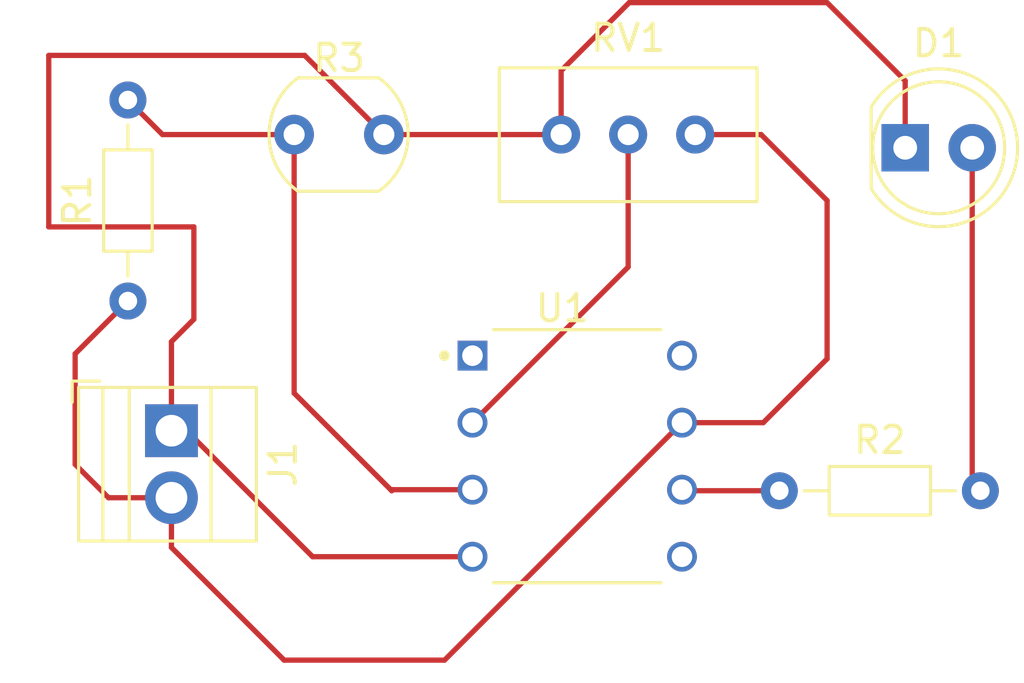
<source format=kicad_pcb>
(kicad_pcb (version 20240108) (generator "pcbnew") (generator_version "8.0")
  (layers (0 "F.Cu" signal) (31 "B.Cu" signal) (34 "B.Paste" user) (35 "F.Paste" user) (36 "B.SilkS" user "B.Silkscreen") (37 "F.SilkS" user "F.Silkscreen") (38 "B.Mask" user) (39 "F.Mask" user) (44 "Edge.Cuts" user))
  (net 0 "")
  (net 1 "Net-(D1-K)")
  (net 2 "Net-(D1-A)")
  (net 3 "Net-(J1-Pin_2)")
  (net 4 "Net-(U1-+)")
  (net 5 "Net-(R2-Pad1)")
  (net 6 "Net-(U1--)")
  (footprint "TerminalBlock:TerminalBlock_Xinya_XY308-2.54-2P_1x02_P2.54mm_Horizontal" (layer "F.Cu") (at 146.65 88.225 -90)
    (property "Reference" "J1" (at 1.27 -4.22 90) (layer "F.SilkS"))
    (property "Value" "Screw_Terminal_01x02 (9 Volts)")
    (fp_line (start -1.88 3.76) (end -1.08 3.76) (stroke (width 0.12)) (layer "F.SilkS"))
    (fp_line (start -1.64 3.52) (end 4.18 3.52) (stroke (width 0.12)) (layer "F.SilkS"))
    (fp_line (start -1.88 2.72) (end -1.88 3.76) (stroke (width 0.12)) (layer "F.SilkS"))
    (fp_line (start -1.64 2.6) (end 4.18 2.6) (stroke (width 0.12)) (layer "F.SilkS"))
    (fp_line (start -1.64 1.6) (end 4.18 1.6) (stroke (width 0.12)) (layer "F.SilkS"))
    (fp_line (start -1.64 -1.501) (end 4.18 -1.501) (stroke (width 0.12)) (layer "F.SilkS"))
    (fp_line (start -1.64 -3.22) (end -1.64 3.52) (stroke (width 0.12)) (layer "F.SilkS"))
    (fp_line (start -1.64 -3.22) (end 4.18 -3.22) (stroke (width 0.12)) (layer "F.SilkS"))
    (fp_line (start 4.18 -3.22) (end 4.18 3.52) (stroke (width 0.12)) (layer "F.SilkS"))
    (pad "1" thru_hole rect (at 0 0 270) (size 2 2) (drill 1.2) (layers "*.Cu" "*.Mask") (net 1 "Net-(D1-K)"))
    (pad "2" thru_hole circle (at 2.54 0 270) (size 2 2) (drill 1.2) (layers "*.Cu" "*.Mask") (net 3 "Net-(J1-Pin_2)"))
  )
  (footprint "LED_THT:LED_D5.0mm" (layer "F.Cu") (at 174.46 77.5)
    (property "Reference" "D1" (at 1.27 -3.96 0) (layer "F.SilkS"))
    (property "Value" "LED")
    (fp_line (start -1.29 -1.545) (end -1.29 1.545) (stroke (width 0.12)) (layer "F.SilkS"))
    (fp_arc (start -1.29 -1.54483) (mid 2.071756 -2.880501) (end 4.26 -0.000048) (stroke (width 0.12)) (layer "F.SilkS"))
    (fp_arc (start 4.26 0.000048) (mid 2.071756 2.880501) (end -1.29 1.54483) (stroke (width 0.12)) (layer "F.SilkS"))
    (fp_circle (center 1.27 0) (end 3.77 0) (stroke (width 0.12)) (fill none) (layer "F.SilkS"))
    (pad "1" thru_hole rect (at 0 0) (size 1.8 1.8) (drill 0.9) (layers "*.Cu" "*.Mask") (net 1 "Net-(D1-K)"))
    (pad "2" thru_hole circle (at 2.54 0) (size 1.8 1.8) (drill 0.9) (layers "*.Cu" "*.Mask") (net 2 "Net-(D1-A)"))
  )
  (footprint "Potentiometer_THT:Potentiometer_Bourns_3296W_Vertical" (layer "F.Cu") (at 166.5 77)
    (property "Reference" "RV1" (at -2.54 -3.66 0) (layer "F.SilkS"))
    (property "Value" "R_Potentiometer")
    (fp_line (start -7.425 -2.53) (end -7.425 2.54) (stroke (width 0.12)) (layer "F.SilkS"))
    (fp_line (start -7.425 -2.53) (end 2.345 -2.53) (stroke (width 0.12)) (layer "F.SilkS"))
    (fp_line (start -7.425 2.54) (end 2.345 2.54) (stroke (width 0.12)) (layer "F.SilkS"))
    (fp_line (start 2.345 -2.53) (end 2.345 2.54) (stroke (width 0.12)) (layer "F.SilkS"))
    (pad "1" thru_hole circle (at 0 0) (size 1.44 1.44) (drill 0.8) (layers "*.Cu" "*.Mask") (net 3 "Net-(J1-Pin_2)"))
    (pad "2" thru_hole circle (at -2.54 0) (size 1.44 1.44) (drill 0.8) (layers "*.Cu" "*.Mask") (net 6 "Net-(U1--)"))
    (pad "3" thru_hole circle (at -5.08 0) (size 1.44 1.44) (drill 0.8) (layers "*.Cu" "*.Mask") (net 1 "Net-(D1-K)"))
  )
  (footprint "Resistor_THT:R_Axial_DIN0204_L3.6mm_D1.6mm_P7.62mm_Horizontal" (layer "F.Cu") (at 169.69 90.5)
    (property "Reference" "R2" (at 3.81 -1.92 0) (layer "F.SilkS"))
    (property "Value" "R")
    (fp_line (start 0.94 0) (end 1.89 0) (stroke (width 0.12)) (layer "F.SilkS"))
    (fp_line (start 1.89 -0.92) (end 1.89 0.92) (stroke (width 0.12)) (layer "F.SilkS"))
    (fp_line (start 1.89 0.92) (end 5.73 0.92) (stroke (width 0.12)) (layer "F.SilkS"))
    (fp_line (start 5.73 -0.92) (end 1.89 -0.92) (stroke (width 0.12)) (layer "F.SilkS"))
    (fp_line (start 5.73 0.92) (end 5.73 -0.92) (stroke (width 0.12)) (layer "F.SilkS"))
    (fp_line (start 6.68 0) (end 5.73 0) (stroke (width 0.12)) (layer "F.SilkS"))
    (pad "1" thru_hole circle (at 0 0) (size 1.4 1.4) (drill 0.7) (layers "*.Cu" "*.Mask") (net 5 "Net-(R2-Pad1)"))
    (pad "2" thru_hole oval (at 7.62 0) (size 1.4 1.4) (drill 0.7) (layers "*.Cu" "*.Mask") (net 2 "Net-(D1-A)"))
  )
  (footprint "IC:LM741" (layer "F.Cu") (at 162.03 89.19)
    (property "Reference" "U1" (at -0.565 -5.607 0) (layer "F.SilkS"))
    (property "Value" "LM741")
    (fp_line (start -3.175 -4.795) (end 3.175 -4.795) (stroke (width 0.127)) (layer "F.SilkS"))
    (fp_line (start -3.175 4.795) (end 3.175 4.795) (stroke (width 0.127)) (layer "F.SilkS"))
    (fp_circle (center -5.035 -3.81) (end -4.935 -3.81) (stroke (width 0.2)) (fill none) (layer "F.SilkS"))
    (pad "1" thru_hole rect (at -3.97 -3.81) (size 1.13 1.13) (drill 0.78) (layers "*.Cu" "*.Mask"))
    (pad "2" thru_hole circle (at -3.97 -1.27) (size 1.13 1.13) (drill 0.78) (layers "*.Cu" "*.Mask") (net 6 "Net-(U1--)"))
    (pad "3" thru_hole circle (at -3.97 1.27) (size 1.13 1.13) (drill 0.78) (layers "*.Cu" "*.Mask") (net 4 "Net-(U1-+)"))
    (pad "4" thru_hole circle (at -3.97 3.81) (size 1.13 1.13) (drill 0.78) (layers "*.Cu" "*.Mask") (net 1 "Net-(D1-K)"))
    (pad "5" thru_hole circle (at 3.97 3.81) (size 1.13 1.13) (drill 0.78) (layers "*.Cu" "*.Mask"))
    (pad "6" thru_hole circle (at 3.97 1.27) (size 1.13 1.13) (drill 0.78) (layers "*.Cu" "*.Mask") (net 5 "Net-(R2-Pad1)"))
    (pad "7" thru_hole circle (at 3.97 -1.27) (size 1.13 1.13) (drill 0.78) (layers "*.Cu" "*.Mask") (net 3 "Net-(J1-Pin_2)"))
    (pad "8" thru_hole circle (at 3.97 -3.81) (size 1.13 1.13) (drill 0.78) (layers "*.Cu" "*.Mask"))
  )
  (footprint "OptoDevice:R_LDR_5.1x4.3mm_P3.4mm_Vertical" (layer "F.Cu") (at 151.3 77)
    (property "Reference" "R3" (at 1.7 -2.9 0) (layer "F.SilkS"))
    (property "Value" "LDR07")
    (fp_line (start 0.15 -2.15) (end 3.2 -2.15) (stroke (width 0.12)) (layer "F.SilkS"))
    (fp_line (start 0.15 2.15) (end 3.2 2.15) (stroke (width 0.12)) (layer "F.SilkS"))
    (fp_arc (start 0.15 2.15) (mid -0.950438 -0.013368) (end 0.171766 -2.165525) (stroke (width 0.12)) (layer "F.SilkS"))
    (fp_arc (start 3.2 -2.15) (mid 4.321403 -0.027338) (end 3.244513 2.118249) (stroke (width 0.12)) (layer "F.SilkS"))
    (pad "1" thru_hole circle (at 0 0) (size 1.5 1.5) (drill 0.8) (layers "*.Cu" "*.Mask") (net 4 "Net-(U1-+)"))
    (pad "2" thru_hole circle (at 3.4 0) (size 1.5 1.5) (drill 0.8) (layers "*.Cu" "*.Mask") (net 1 "Net-(D1-K)"))
  )
  (footprint "Resistor_THT:R_Axial_DIN0204_L3.6mm_D1.6mm_P7.62mm_Horizontal" (layer "F.Cu") (at 145 83.31 90)
    (property "Reference" "R1" (at 3.81 -1.92 90) (layer "F.SilkS"))
    (property "Value" "R")
    (fp_line (start 5.73 -0.92) (end 1.89 -0.92) (stroke (width 0.12)) (layer "F.SilkS"))
    (fp_line (start 1.89 -0.92) (end 1.89 0.92) (stroke (width 0.12)) (layer "F.SilkS"))
    (fp_line (start 6.68 0) (end 5.73 0) (stroke (width 0.12)) (layer "F.SilkS"))
    (fp_line (start 0.94 0) (end 1.89 0) (stroke (width 0.12)) (layer "F.SilkS"))
    (fp_line (start 5.73 0.92) (end 5.73 -0.92) (stroke (width 0.12)) (layer "F.SilkS"))
    (fp_line (start 1.89 0.92) (end 5.73 0.92) (stroke (width 0.12)) (layer "F.SilkS"))
    (pad "1" thru_hole circle (at 0 0 90) (size 1.4 1.4) (drill 0.7) (layers "*.Cu" "*.Mask") (net 3 "Net-(J1-Pin_2)"))
    (pad "2" thru_hole oval (at 7.62 0 90) (size 1.4 1.4) (drill 0.7) (layers "*.Cu" "*.Mask") (net 4 "Net-(U1-+)"))
  )
  (segment (start 146.65 84.85) (end 147.5 84) (width 0.2) (layer "F.Cu") (net 1))
  (segment (start 164 72) (end 161.42 74.58) (width 0.2) (layer "F.Cu") (net 1))
  (segment (start 151.7 74) (end 154.7 77) (width 0.2) (layer "F.Cu") (net 1))
  (segment (start 146.65 88.225) (end 147.225 88.225) (width 0.2) (layer "F.Cu") (net 1))
  (segment (start 147.225 88.225) (end 152 93) (width 0.2) (layer "F.Cu") (net 1))
  (segment (start 142 74) (end 151.7 74) (width 0.2) (layer "F.Cu") (net 1))
  (segment (start 174.46 74.96) (end 171.5 72) (width 0.2) (layer "F.Cu") (net 1))
  (segment (start 161.42 77) (end 154.7 77) (width 0.2) (layer "F.Cu") (net 1))
  (segment (start 161.42 74.58) (end 161.42 77) (width 0.2) (layer "F.Cu") (net 1))
  (segment (start 171.5 72) (end 164 72) (width 0.2) (layer "F.Cu") (net 1))
  (segment (start 142 80.5) (end 142 74) (width 0.2) (layer "F.Cu") (net 1))
  (segment (start 152 93) (end 158.06 93) (width 0.2) (layer "F.Cu") (net 1))
  (segment (start 147.5 80.5) (end 142 80.5) (width 0.2) (layer "F.Cu") (net 1))
  (segment (start 174.46 77.5) (end 174.46 74.96) (width 0.2) (layer "F.Cu") (net 1))
  (segment (start 146.65 88.225) (end 146.65 84.85) (width 0.2) (layer "F.Cu") (net 1))
  (segment (start 147.5 84) (end 147.5 80.5) (width 0.2) (layer "F.Cu") (net 1))
  (segment (start 177 90.19) (end 177.31 90.5) (width 0.2) (layer "F.Cu") (net 2))
  (segment (start 177 77.5) (end 177 90.19) (width 0.2) (layer "F.Cu") (net 2))
  (segment (start 144.265 90.765) (end 146.65 90.765) (width 0.2) (layer "F.Cu") (net 3))
  (segment (start 143 85.31) (end 143 89.5) (width 0.2) (layer "F.Cu") (net 3))
  (segment (start 150.92 96.92) (end 146.65 92.65) (width 0.2) (layer "F.Cu") (net 3))
  (segment (start 157 96.92) (end 150.92 96.92) (width 0.2) (layer "F.Cu") (net 3))
  (segment (start 157 96.92) (end 166 87.92) (width 0.2) (layer "F.Cu") (net 3))
  (segment (start 169 77) (end 166.5 77) (width 0.2) (layer "F.Cu") (net 3))
  (segment (start 171.5 79.5) (end 169 77) (width 0.2) (layer "F.Cu") (net 3))
  (segment (start 145 83.31) (end 143 85.31) (width 0.2) (layer "F.Cu") (net 3))
  (segment (start 166 87.92) (end 169.08 87.92) (width 0.2) (layer "F.Cu") (net 3))
  (segment (start 146.65 90.765) (end 146.65 92.65) (width 0.2) (layer "F.Cu") (net 3))
  (segment (start 169.08 87.92) (end 171.5 85.5) (width 0.2) (layer "F.Cu") (net 3))
  (segment (start 143 89.5) (end 144.265 90.765) (width 0.2) (layer "F.Cu") (net 3))
  (segment (start 171.5 85.5) (end 171.5 79.5) (width 0.2) (layer "F.Cu") (net 3))
  (segment (start 155 90.5) (end 155.04 90.46) (width 0.2) (layer "F.Cu") (net 4))
  (segment (start 151.3 77) (end 151.3 86.8) (width 0.2) (layer "F.Cu") (net 4))
  (segment (start 151.3 86.8) (end 155 90.5) (width 0.2) (layer "F.Cu") (net 4))
  (segment (start 151.3 77) (end 146.31 77) (width 0.2) (layer "F.Cu") (net 4))
  (segment (start 146.31 77) (end 145 75.69) (width 0.2) (layer "F.Cu") (net 4))
  (segment (start 155.04 90.46) (end 158.06 90.46) (width 0.2) (layer "F.Cu") (net 4))
  (segment (start 169.69 90.5) (end 166.04 90.5) (width 0.2) (layer "F.Cu") (net 5))
  (segment (start 166.04 90.5) (end 166 90.46) (width 0.2) (layer "F.Cu") (net 5))
  (segment (start 163.96 82.02) (end 158.06 87.92) (width 0.2) (layer "F.Cu") (net 6))
  (segment (start 163.96 77) (end 163.96 82.02) (width 0.2) (layer "F.Cu") (net 6))
)
</source>
